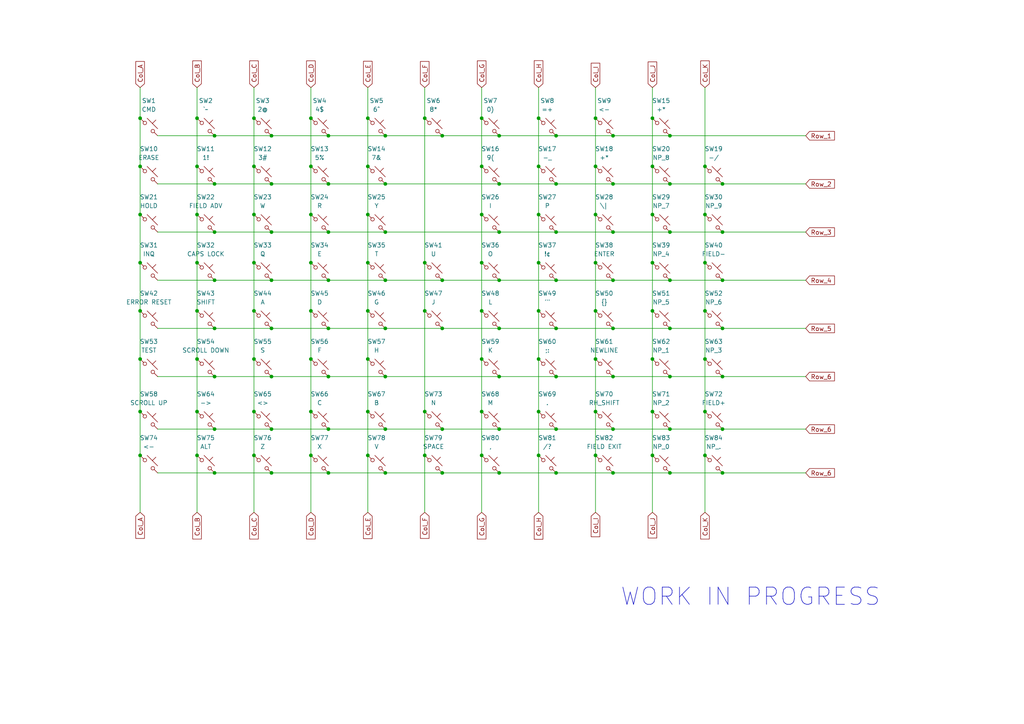
<source format=kicad_sch>
(kicad_sch (version 20250114) (generator "eeschema") (generator_version "9.0")
  (paper "A4")
  (title_block (title "IBM 5324 Keyboard Replacement") (date "26/NOV/2025") (rev "WIP") (company "Brett Hallen"))
  (lib_symbols
    (symbol "Switch:SW_Push_45deg" (pin_numbers (hide yes)) (pin_names (offset 1.016) (hide yes))
      (property "Reference" "SW" (at 3.048 1.016 0))
      (property "Value" "SW_Push_45deg" (at 0 -3.81 0))
      (symbol "SW_Push_45deg_0_1"
        (polyline (pts (xy -2.54 2.54) (xy -1.524 1.524) (xy -1.524 1.524)))
        (circle (center -1.1684 1.1684) (radius 0.508))
        (polyline (pts (xy -0.508 2.54) (xy 2.54 -0.508)))
        (polyline (pts (xy 1.016 1.016) (xy 2.032 2.032)))
        (circle (center 1.143 -1.1938) (radius 0.508))
        (polyline (pts (xy 1.524 -1.524) (xy 2.54 -2.54) (xy 2.54 -2.54) (xy 2.54 -2.54)))
        (pin passive line (at -2.54 2.54 0) (length 0) (name "1") (number "1"))
        (pin passive line (at 2.54 -2.54 180) (length 0) (name "2") (number "2"))
      )
    )
  )
  (text "WORK IN PROGRESS" (at 217.678 173.228 0) (effects (font (size 5 5))))
  (junction (at 209.55 53.34))
  (junction (at 194.31 53.34))
  (junction (at 139.7 62.23))
  (junction (at 73.66 90.17))
  (junction (at 78.74 53.34))
  (junction (at 156.21 90.17))
  (junction (at 194.31 137.16))
  (junction (at 139.7 34.29))
  (junction (at 123.19 90.17))
  (junction (at 90.17 104.14))
  (junction (at 189.23 76.2))
  (junction (at 73.66 76.2))
  (junction (at 78.74 67.31))
  (junction (at 209.55 67.31))
  (junction (at 73.66 132.08))
  (junction (at 57.15 76.2))
  (junction (at 95.25 137.16))
  (junction (at 194.31 67.31))
  (junction (at 90.17 62.23))
  (junction (at 57.15 62.23))
  (junction (at 177.8 137.16))
  (junction (at 204.47 104.14))
  (junction (at 172.72 62.23))
  (junction (at 57.15 34.29))
  (junction (at 172.72 119.38))
  (junction (at 73.66 104.14))
  (junction (at 194.31 95.25))
  (junction (at 111.76 81.28))
  (junction (at 95.25 53.34))
  (junction (at 161.29 67.31))
  (junction (at 161.29 81.28))
  (junction (at 78.74 95.25))
  (junction (at 73.66 62.23))
  (junction (at 189.23 62.23))
  (junction (at 139.7 132.08))
  (junction (at 177.8 81.28))
  (junction (at 78.74 109.22))
  (junction (at 204.47 62.23))
  (junction (at 139.7 76.2))
  (junction (at 106.68 48.26))
  (junction (at 189.23 48.26))
  (junction (at 40.64 34.29))
  (junction (at 161.29 109.22))
  (junction (at 209.55 81.28))
  (junction (at 123.19 119.38))
  (junction (at 209.55 137.16))
  (junction (at 177.8 53.34))
  (junction (at 128.27 124.46))
  (junction (at 172.72 76.2))
  (junction (at 189.23 119.38))
  (junction (at 78.74 39.37))
  (junction (at 62.23 137.16))
  (junction (at 172.72 48.26))
  (junction (at 90.17 119.38))
  (junction (at 189.23 34.29))
  (junction (at 177.8 67.31))
  (junction (at 78.74 124.46))
  (junction (at 90.17 90.17))
  (junction (at 62.23 95.25))
  (junction (at 156.21 104.14))
  (junction (at 95.25 39.37))
  (junction (at 161.29 53.34))
  (junction (at 139.7 104.14))
  (junction (at 144.78 53.34))
  (junction (at 62.23 53.34))
  (junction (at 177.8 124.46))
  (junction (at 106.68 132.08))
  (junction (at 95.25 109.22))
  (junction (at 111.76 124.46))
  (junction (at 161.29 137.16))
  (junction (at 209.55 124.46))
  (junction (at 111.76 67.31))
  (junction (at 177.8 109.22))
  (junction (at 161.29 95.25))
  (junction (at 57.15 48.26))
  (junction (at 189.23 132.08))
  (junction (at 189.23 90.17))
  (junction (at 144.78 81.28))
  (junction (at 172.72 90.17))
  (junction (at 144.78 124.46))
  (junction (at 156.21 48.26))
  (junction (at 90.17 132.08))
  (junction (at 139.7 119.38))
  (junction (at 156.21 119.38))
  (junction (at 57.15 119.38))
  (junction (at 161.29 39.37))
  (junction (at 40.64 104.14))
  (junction (at 156.21 76.2))
  (junction (at 62.23 67.31))
  (junction (at 161.29 124.46))
  (junction (at 106.68 104.14))
  (junction (at 144.78 67.31))
  (junction (at 111.76 95.25))
  (junction (at 78.74 81.28))
  (junction (at 73.66 119.38))
  (junction (at 40.64 119.38))
  (junction (at 106.68 119.38))
  (junction (at 40.64 132.08))
  (junction (at 62.23 124.46))
  (junction (at 73.66 34.29))
  (junction (at 194.31 81.28))
  (junction (at 40.64 90.17))
  (junction (at 189.23 104.14))
  (junction (at 95.25 95.25))
  (junction (at 156.21 62.23))
  (junction (at 123.19 76.2))
  (junction (at 172.72 132.08))
  (junction (at 123.19 34.29))
  (junction (at 194.31 109.22))
  (junction (at 57.15 90.17))
  (junction (at 57.15 104.14))
  (junction (at 40.64 48.26))
  (junction (at 204.47 132.08))
  (junction (at 209.55 109.22))
  (junction (at 144.78 137.16))
  (junction (at 144.78 109.22))
  (junction (at 144.78 95.25))
  (junction (at 78.74 137.16))
  (junction (at 177.8 39.37))
  (junction (at 111.76 39.37))
  (junction (at 139.7 48.26))
  (junction (at 57.15 132.08))
  (junction (at 128.27 39.37))
  (junction (at 209.55 95.25))
  (junction (at 73.66 48.26))
  (junction (at 156.21 132.08))
  (junction (at 128.27 81.28))
  (junction (at 177.8 95.25))
  (junction (at 95.25 67.31))
  (junction (at 62.23 109.22))
  (junction (at 106.68 76.2))
  (junction (at 204.47 48.26))
  (junction (at 111.76 137.16))
  (junction (at 204.47 90.17))
  (junction (at 194.31 39.37))
  (junction (at 62.23 81.28))
  (junction (at 123.19 132.08))
  (junction (at 128.27 137.16))
  (junction (at 172.72 104.14))
  (junction (at 106.68 34.29))
  (junction (at 144.78 39.37))
  (junction (at 204.47 76.2))
  (junction (at 90.17 76.2))
  (junction (at 194.31 124.46))
  (junction (at 156.21 34.29))
  (junction (at 106.68 90.17))
  (junction (at 139.7 90.17))
  (junction (at 128.27 95.25))
  (junction (at 90.17 34.29))
  (junction (at 62.23 39.37))
  (junction (at 111.76 53.34))
  (junction (at 95.25 124.46))
  (junction (at 40.64 76.2))
  (junction (at 95.25 81.28))
  (junction (at 40.64 62.23))
  (junction (at 204.47 119.38))
  (junction (at 111.76 109.22))
  (junction (at 106.68 62.23))
  (junction (at 90.17 48.26))
  (junction (at 172.72 34.29))
  (wire (pts (xy 40.64 48.26) (xy 40.64 62.23)))
  (wire (pts (xy 106.68 48.26) (xy 106.68 62.23)))
  (wire (pts (xy 194.31 124.46) (xy 209.55 124.46)))
  (wire (pts (xy 128.27 137.16) (xy 144.78 137.16)))
  (wire (pts (xy 78.74 67.31) (xy 95.25 67.31)))
  (wire (pts (xy 106.68 119.38) (xy 106.68 132.08)))
  (wire (pts (xy 73.66 90.17) (xy 73.66 104.14)))
  (wire (pts (xy 78.74 109.22) (xy 95.25 109.22)))
  (wire (pts (xy 57.15 25.4) (xy 57.15 34.29)))
  (wire (pts (xy 62.23 53.34) (xy 78.74 53.34)))
  (wire (pts (xy 177.8 67.31) (xy 194.31 67.31)))
  (wire (pts (xy 62.23 81.28) (xy 78.74 81.28)))
  (wire (pts (xy 40.64 104.14) (xy 40.64 119.38)))
  (wire (pts (xy 204.47 62.23) (xy 204.47 76.2)))
  (wire (pts (xy 62.23 39.37) (xy 78.74 39.37)))
  (wire (pts (xy 139.7 119.38) (xy 139.7 132.08)))
  (wire (pts (xy 111.76 109.22) (xy 144.78 109.22)))
  (wire (pts (xy 40.64 25.4) (xy 40.64 34.29)))
  (wire (pts (xy 78.74 95.25) (xy 95.25 95.25)))
  (wire (pts (xy 161.29 53.34) (xy 177.8 53.34)))
  (wire (pts (xy 40.64 90.17) (xy 40.64 104.14)))
  (wire (pts (xy 73.66 119.38) (xy 73.66 132.08)))
  (wire (pts (xy 139.7 76.2) (xy 139.7 90.17)))
  (wire (pts (xy 73.66 48.26) (xy 73.66 62.23)))
  (wire (pts (xy 194.31 81.28) (xy 209.55 81.28)))
  (wire (pts (xy 204.47 132.08) (xy 204.47 148.59)))
  (wire (pts (xy 139.7 25.4) (xy 139.7 34.29)))
  (wire (pts (xy 62.23 137.16) (xy 78.74 137.16)))
  (wire (pts (xy 95.25 39.37) (xy 111.76 39.37)))
  (wire (pts (xy 161.29 137.16) (xy 177.8 137.16)))
  (wire (pts (xy 156.21 104.14) (xy 156.21 119.38)))
  (wire (pts (xy 156.21 48.26) (xy 156.21 62.23)))
  (wire (pts (xy 172.72 119.38) (xy 172.72 132.08)))
  (wire (pts (xy 172.72 34.29) (xy 172.72 48.26)))
  (wire (pts (xy 40.64 62.23) (xy 40.64 76.2)))
  (wire (pts (xy 73.66 132.08) (xy 73.66 148.59)))
  (wire (pts (xy 111.76 81.28) (xy 128.27 81.28)))
  (wire (pts (xy 177.8 53.34) (xy 194.31 53.34)))
  (wire (pts (xy 189.23 119.38) (xy 189.23 132.08)))
  (wire (pts (xy 144.78 109.22) (xy 161.29 109.22)))
  (wire (pts (xy 172.72 90.17) (xy 172.72 104.14)))
  (wire (pts (xy 111.76 67.31) (xy 144.78 67.31)))
  (wire (pts (xy 73.66 25.4) (xy 73.66 34.29)))
  (wire (pts (xy 139.7 132.08) (xy 139.7 148.59)))
  (wire (pts (xy 106.68 132.08) (xy 106.68 148.59)))
  (wire (pts (xy 95.25 137.16) (xy 111.76 137.16)))
  (wire (pts (xy 189.23 48.26) (xy 189.23 62.23)))
  (wire (pts (xy 161.29 109.22) (xy 177.8 109.22)))
  (wire (pts (xy 95.25 95.25) (xy 111.76 95.25)))
  (wire (pts (xy 40.64 76.2) (xy 40.64 90.17)))
  (wire (pts (xy 45.72 95.25) (xy 62.23 95.25)))
  (wire (pts (xy 177.8 81.28) (xy 194.31 81.28)))
  (wire (pts (xy 62.23 124.46) (xy 78.74 124.46)))
  (wire (pts (xy 90.17 76.2) (xy 90.17 90.17)))
  (wire (pts (xy 123.19 76.2) (xy 123.19 90.17)))
  (wire (pts (xy 78.74 137.16) (xy 95.25 137.16)))
  (wire (pts (xy 90.17 48.26) (xy 90.17 62.23)))
  (wire (pts (xy 139.7 34.29) (xy 139.7 48.26)))
  (wire (pts (xy 194.31 137.16) (xy 209.55 137.16)))
  (wire (pts (xy 139.7 48.26) (xy 139.7 62.23)))
  (wire (pts (xy 204.47 76.2) (xy 204.47 90.17)))
  (wire (pts (xy 90.17 34.29) (xy 90.17 48.26)))
  (wire (pts (xy 139.7 90.17) (xy 139.7 104.14)))
  (wire (pts (xy 177.8 95.25) (xy 194.31 95.25)))
  (wire (pts (xy 90.17 25.4) (xy 90.17 34.29)))
  (wire (pts (xy 209.55 67.31) (xy 233.68 67.31)))
  (wire (pts (xy 90.17 90.17) (xy 90.17 104.14)))
  (wire (pts (xy 62.23 109.22) (xy 78.74 109.22)))
  (wire (pts (xy 45.72 39.37) (xy 62.23 39.37)))
  (wire (pts (xy 106.68 76.2) (xy 106.68 90.17)))
  (wire (pts (xy 57.15 132.08) (xy 57.15 148.59)))
  (wire (pts (xy 45.72 124.46) (xy 62.23 124.46)))
  (wire (pts (xy 62.23 67.31) (xy 78.74 67.31)))
  (wire (pts (xy 95.25 81.28) (xy 111.76 81.28)))
  (wire (pts (xy 177.8 109.22) (xy 194.31 109.22)))
  (wire (pts (xy 78.74 53.34) (xy 95.25 53.34)))
  (wire (pts (xy 106.68 90.17) (xy 106.68 104.14)))
  (wire (pts (xy 194.31 109.22) (xy 209.55 109.22)))
  (wire (pts (xy 189.23 90.17) (xy 189.23 104.14)))
  (wire (pts (xy 194.31 39.37) (xy 233.68 39.37)))
  (wire (pts (xy 161.29 81.28) (xy 177.8 81.28)))
  (wire (pts (xy 57.15 119.38) (xy 57.15 132.08)))
  (wire (pts (xy 156.21 62.23) (xy 156.21 76.2)))
  (wire (pts (xy 73.66 104.14) (xy 73.66 119.38)))
  (wire (pts (xy 204.47 90.17) (xy 204.47 104.14)))
  (wire (pts (xy 40.64 34.29) (xy 40.64 48.26)))
  (wire (pts (xy 204.47 119.38) (xy 204.47 132.08)))
  (wire (pts (xy 144.78 67.31) (xy 161.29 67.31)))
  (wire (pts (xy 144.78 137.16) (xy 161.29 137.16)))
  (wire (pts (xy 139.7 62.23) (xy 139.7 76.2)))
  (wire (pts (xy 189.23 25.4) (xy 189.23 34.29)))
  (wire (pts (xy 45.72 67.31) (xy 62.23 67.31)))
  (wire (pts (xy 144.78 124.46) (xy 161.29 124.46)))
  (wire (pts (xy 95.25 109.22) (xy 111.76 109.22)))
  (wire (pts (xy 95.25 124.46) (xy 111.76 124.46)))
  (wire (pts (xy 209.55 95.25) (xy 233.68 95.25)))
  (wire (pts (xy 123.19 119.38) (xy 123.19 132.08)))
  (wire (pts (xy 57.15 34.29) (xy 57.15 48.26)))
  (wire (pts (xy 57.15 62.23) (xy 57.15 76.2)))
  (wire (pts (xy 57.15 76.2) (xy 57.15 90.17)))
  (wire (pts (xy 144.78 81.28) (xy 161.29 81.28)))
  (wire (pts (xy 111.76 95.25) (xy 128.27 95.25)))
  (wire (pts (xy 161.29 124.46) (xy 177.8 124.46)))
  (wire (pts (xy 172.72 132.08) (xy 172.72 148.59)))
  (wire (pts (xy 111.76 53.34) (xy 144.78 53.34)))
  (wire (pts (xy 194.31 67.31) (xy 209.55 67.31)))
  (wire (pts (xy 78.74 39.37) (xy 95.25 39.37)))
  (wire (pts (xy 128.27 124.46) (xy 144.78 124.46)))
  (wire (pts (xy 156.21 76.2) (xy 156.21 90.17)))
  (wire (pts (xy 204.47 25.4) (xy 204.47 48.26)))
  (wire (pts (xy 45.72 53.34) (xy 62.23 53.34)))
  (wire (pts (xy 209.55 137.16) (xy 233.68 137.16)))
  (wire (pts (xy 111.76 124.46) (xy 128.27 124.46)))
  (wire (pts (xy 209.55 109.22) (xy 233.68 109.22)))
  (wire (pts (xy 189.23 132.08) (xy 189.23 148.59)))
  (wire (pts (xy 45.72 137.16) (xy 62.23 137.16)))
  (wire (pts (xy 45.72 81.28) (xy 62.23 81.28)))
  (wire (pts (xy 128.27 81.28) (xy 144.78 81.28)))
  (wire (pts (xy 144.78 95.25) (xy 161.29 95.25)))
  (wire (pts (xy 123.19 34.29) (xy 123.19 76.2)))
  (wire (pts (xy 209.55 53.34) (xy 233.68 53.34)))
  (wire (pts (xy 139.7 104.14) (xy 139.7 119.38)))
  (wire (pts (xy 90.17 62.23) (xy 90.17 76.2)))
  (wire (pts (xy 156.21 90.17) (xy 156.21 104.14)))
  (wire (pts (xy 177.8 39.37) (xy 194.31 39.37)))
  (wire (pts (xy 73.66 76.2) (xy 73.66 90.17)))
  (wire (pts (xy 161.29 67.31) (xy 177.8 67.31)))
  (wire (pts (xy 57.15 104.14) (xy 57.15 119.38)))
  (wire (pts (xy 128.27 95.25) (xy 144.78 95.25)))
  (wire (pts (xy 156.21 25.4) (xy 156.21 34.29)))
  (wire (pts (xy 111.76 39.37) (xy 128.27 39.37)))
  (wire (pts (xy 189.23 104.14) (xy 189.23 119.38)))
  (wire (pts (xy 194.31 53.34) (xy 209.55 53.34)))
  (wire (pts (xy 156.21 132.08) (xy 156.21 148.59)))
  (wire (pts (xy 62.23 95.25) (xy 78.74 95.25)))
  (wire (pts (xy 189.23 62.23) (xy 189.23 76.2)))
  (wire (pts (xy 172.72 104.14) (xy 172.72 119.38)))
  (wire (pts (xy 189.23 76.2) (xy 189.23 90.17)))
  (wire (pts (xy 204.47 48.26) (xy 204.47 62.23)))
  (wire (pts (xy 144.78 39.37) (xy 161.29 39.37)))
  (wire (pts (xy 78.74 81.28) (xy 95.25 81.28)))
  (wire (pts (xy 172.72 48.26) (xy 172.72 62.23)))
  (wire (pts (xy 189.23 34.29) (xy 189.23 48.26)))
  (wire (pts (xy 172.72 76.2) (xy 172.72 90.17)))
  (wire (pts (xy 45.72 109.22) (xy 62.23 109.22)))
  (wire (pts (xy 57.15 90.17) (xy 57.15 104.14)))
  (wire (pts (xy 123.19 132.08) (xy 123.19 148.59)))
  (wire (pts (xy 161.29 39.37) (xy 177.8 39.37)))
  (wire (pts (xy 209.55 81.28) (xy 233.68 81.28)))
  (wire (pts (xy 95.25 67.31) (xy 111.76 67.31)))
  (wire (pts (xy 177.8 137.16) (xy 194.31 137.16)))
  (wire (pts (xy 172.72 62.23) (xy 172.72 76.2)))
  (wire (pts (xy 73.66 62.23) (xy 73.66 76.2)))
  (wire (pts (xy 90.17 132.08) (xy 90.17 148.59)))
  (wire (pts (xy 57.15 48.26) (xy 57.15 62.23)))
  (wire (pts (xy 144.78 53.34) (xy 161.29 53.34)))
  (wire (pts (xy 161.29 95.25) (xy 177.8 95.25)))
  (wire (pts (xy 40.64 119.38) (xy 40.64 132.08)))
  (wire (pts (xy 78.74 124.46) (xy 95.25 124.46)))
  (wire (pts (xy 106.68 25.4) (xy 106.68 34.29)))
  (wire (pts (xy 123.19 25.4) (xy 123.19 34.29)))
  (wire (pts (xy 90.17 119.38) (xy 90.17 132.08)))
  (wire (pts (xy 209.55 124.46) (xy 233.68 124.46)))
  (wire (pts (xy 40.64 132.08) (xy 40.64 148.59)))
  (wire (pts (xy 111.76 137.16) (xy 128.27 137.16)))
  (wire (pts (xy 194.31 95.25) (xy 209.55 95.25)))
  (wire (pts (xy 90.17 104.14) (xy 90.17 119.38)))
  (wire (pts (xy 156.21 119.38) (xy 156.21 132.08)))
  (wire (pts (xy 128.27 39.37) (xy 144.78 39.37)))
  (wire (pts (xy 73.66 34.29) (xy 73.66 48.26)))
  (wire (pts (xy 106.68 62.23) (xy 106.68 76.2)))
  (wire (pts (xy 106.68 104.14) (xy 106.68 119.38)))
  (wire (pts (xy 156.21 34.29) (xy 156.21 48.26)))
  (wire (pts (xy 95.25 53.34) (xy 111.76 53.34)))
  (wire (pts (xy 172.72 25.4) (xy 172.72 34.29)))
  (wire (pts (xy 106.68 34.29) (xy 106.68 48.26)))
  (wire (pts (xy 177.8 124.46) (xy 194.31 124.46)))
  (wire (pts (xy 204.47 104.14) (xy 204.47 119.38)))
  (wire (pts (xy 123.19 90.17) (xy 123.19 119.38)))
  (global_label "Col_A" (shape input) (at 40.64 25.4 90) (property "Intersheetrefs" "${INTERSHEET_REFS}" (effects (hide yes))))
  (global_label "Col_H" (shape input) (at 156.21 148.59 270) (property "Intersheetrefs" "${INTERSHEET_REFS}" (effects (hide yes))))
  (global_label "Col_B" (shape input) (at 57.15 25.4 90) (property "Intersheetrefs" "${INTERSHEET_REFS}" (effects (hide yes))))
  (global_label "Col_F" (shape input) (at 123.19 25.4 90) (property "Intersheetrefs" "${INTERSHEET_REFS}" (effects (hide yes))))
  (global_label "Col_I" (shape input) (at 172.72 25.4 90) (property "Intersheetrefs" "${INTERSHEET_REFS}" (effects (hide yes))))
  (global_label "Col_A" (shape input) (at 40.64 148.59 270) (property "Intersheetrefs" "${INTERSHEET_REFS}" (effects (hide yes))))
  (global_label "Col_B" (shape input) (at 57.15 148.59 270) (property "Intersheetrefs" "${INTERSHEET_REFS}" (effects (hide yes))))
  (global_label "Col_K" (shape input) (at 204.47 25.4 90) (property "Intersheetrefs" "${INTERSHEET_REFS}" (effects (hide yes))))
  (global_label "Row_5" (shape input) (at 233.68 95.25 0) (property "Intersheetrefs" "${INTERSHEET_REFS}" (effects (hide yes))))
  (global_label "Row_3" (shape input) (at 233.68 67.31 0) (property "Intersheetrefs" "${INTERSHEET_REFS}" (effects (hide yes))))
  (global_label "Col_D" (shape input) (at 90.17 148.59 270) (property "Intersheetrefs" "${INTERSHEET_REFS}" (effects (hide yes))))
  (global_label "Col_C" (shape input) (at 73.66 25.4 90) (property "Intersheetrefs" "${INTERSHEET_REFS}" (effects (hide yes))))
  (global_label "Row_6" (shape input) (at 233.68 109.22 0) (property "Intersheetrefs" "${INTERSHEET_REFS}" (effects (hide yes))))
  (global_label "Col_J" (shape input) (at 189.23 148.59 270) (property "Intersheetrefs" "${INTERSHEET_REFS}" (effects (hide yes))))
  (global_label "Row_2" (shape input) (at 233.68 53.34 0) (property "Intersheetrefs" "${INTERSHEET_REFS}" (effects (hide yes))))
  (global_label "Col_F" (shape input) (at 123.19 148.59 270) (property "Intersheetrefs" "${INTERSHEET_REFS}" (effects (hide yes))))
  (global_label "Row_6" (shape input) (at 233.68 124.46 0) (property "Intersheetrefs" "${INTERSHEET_REFS}" (effects (hide yes))))
  (global_label "Col_E" (shape input) (at 106.68 148.59 270) (property "Intersheetrefs" "${INTERSHEET_REFS}" (effects (hide yes))))
  (global_label "Col_D" (shape input) (at 90.17 25.4 90) (property "Intersheetrefs" "${INTERSHEET_REFS}" (effects (hide yes))))
  (global_label "Row_4" (shape input) (at 233.68 81.28 0) (property "Intersheetrefs" "${INTERSHEET_REFS}" (effects (hide yes))))
  (global_label "Col_E" (shape input) (at 106.68 25.4 90) (property "Intersheetrefs" "${INTERSHEET_REFS}" (effects (hide yes))))
  (global_label "Col_G" (shape input) (at 139.7 25.4 90) (property "Intersheetrefs" "${INTERSHEET_REFS}" (effects (hide yes))))
  (global_label "Row_1" (shape input) (at 233.68 39.37 0) (property "Intersheetrefs" "${INTERSHEET_REFS}" (effects (hide yes))))
  (global_label "Col_J" (shape input) (at 189.23 25.4 90) (property "Intersheetrefs" "${INTERSHEET_REFS}" (effects (hide yes))))
  (global_label "Col_I" (shape input) (at 172.72 148.59 270) (property "Intersheetrefs" "${INTERSHEET_REFS}" (effects (hide yes))))
  (global_label "Col_G" (shape input) (at 139.7 148.59 270) (property "Intersheetrefs" "${INTERSHEET_REFS}" (effects (hide yes))))
  (global_label "Row_6" (shape input) (at 233.68 137.16 0) (property "Intersheetrefs" "${INTERSHEET_REFS}" (effects (hide yes))))
  (global_label "Col_K" (shape input) (at 204.47 148.59 270) (property "Intersheetrefs" "${INTERSHEET_REFS}" (effects (hide yes))))
  (global_label "Col_H" (shape input) (at 156.21 25.4 90) (property "Intersheetrefs" "${INTERSHEET_REFS}" (effects (hide yes))))
  (global_label "Col_C" (shape input) (at 73.66 148.59 270) (property "Intersheetrefs" "${INTERSHEET_REFS}" (effects (hide yes))))
  (symbol (lib_id "Switch:SW_Push_45deg") (at 92.71 106.68 0) (unit 1)
    (property "Reference" "SW56" (at 92.71 99.06 0))
    (property "Value" "F" (at 92.71 101.6 0))
    (property "Description" "Push button switch, normally open, two pins, 45° tilted" (effects (hide yes)))
  )
  (symbol (lib_id "Switch:SW_Push_45deg") (at 59.69 50.8 0) (unit 1)
    (property "Reference" "SW11" (at 59.69 43.18 0))
    (property "Value" "1!" (at 59.69 45.72 0))
    (property "Description" "Push button switch, normally open, two pins, 45° tilted" (effects (hide yes)))
  )
  (symbol (lib_id "Switch:SW_Push_45deg") (at 191.77 36.83 0) (unit 1)
    (property "Reference" "SW15" (at 191.77 29.21 0))
    (property "Value" "+*" (at 191.77 31.75 0))
    (property "Description" "Push button switch, normally open, two pins, 45° tilted" (effects (hide yes)))
  )
  (symbol (lib_id "Switch:SW_Push_45deg") (at 207.01 134.62 0) (unit 1)
    (property "Reference" "SW84" (at 207.01 127 0))
    (property "Value" "NP_." (at 207.01 129.54 0))
    (property "Description" "Push button switch, normally open, two pins, 45° tilted" (effects (hide yes)))
  )
  (symbol (lib_id "Switch:SW_Push_45deg") (at 43.18 92.71 0) (unit 1)
    (property "Reference" "SW42" (at 43.18 85.09 0))
    (property "Value" "ERROR RESET" (at 43.18 87.63 0))
    (property "Description" "Push button switch, normally open, two pins, 45° tilted" (effects (hide yes)))
  )
  (symbol (lib_id "Switch:SW_Push_45deg") (at 59.69 106.68 0) (unit 1)
    (property "Reference" "SW54" (at 59.69 99.06 0))
    (property "Value" "SCROLL DOWN" (at 59.69 101.6 0))
    (property "Description" "Push button switch, normally open, two pins, 45° tilted" (effects (hide yes)))
  )
  (symbol (lib_id "Switch:SW_Push_45deg") (at 191.77 134.62 0) (unit 1)
    (property "Reference" "SW83" (at 191.77 127 0))
    (property "Value" "NP_0" (at 191.77 129.54 0))
    (property "Description" "Push button switch, normally open, two pins, 45° tilted" (effects (hide yes)))
  )
  (symbol (lib_id "Switch:SW_Push_45deg") (at 158.75 134.62 0) (unit 1)
    (property "Reference" "SW81" (at 158.75 127 0))
    (property "Value" "/?" (at 158.75 129.54 0))
    (property "Description" "Push button switch, normally open, two pins, 45° tilted" (effects (hide yes)))
  )
  (symbol (lib_id "Switch:SW_Push_45deg") (at 125.73 36.83 0) (unit 1)
    (property "Reference" "SW6" (at 125.73 29.21 0))
    (property "Value" "8*" (at 125.73 31.75 0))
    (property "Description" "Push button switch, normally open, two pins, 45° tilted" (effects (hide yes)))
  )
  (symbol (lib_id "Switch:SW_Push_45deg") (at 92.71 64.77 0) (unit 1)
    (property "Reference" "SW24" (at 92.71 57.15 0))
    (property "Value" "R" (at 92.71 59.69 0))
    (property "Description" "Push button switch, normally open, two pins, 45° tilted" (effects (hide yes)))
  )
  (symbol (lib_id "Switch:SW_Push_45deg") (at 207.01 121.92 0) (unit 1)
    (property "Reference" "SW72" (at 207.01 114.3 0))
    (property "Value" "FIELD+" (at 207.01 116.84 0))
    (property "Description" "Push button switch, normally open, two pins, 45° tilted" (effects (hide yes)))
  )
  (symbol (lib_id "Switch:SW_Push_45deg") (at 109.22 134.62 0) (unit 1)
    (property "Reference" "SW78" (at 109.22 127 0))
    (property "Value" "V" (at 109.22 129.54 0))
    (property "Description" "Push button switch, normally open, two pins, 45° tilted" (effects (hide yes)))
  )
  (symbol (lib_id "Switch:SW_Push_45deg") (at 59.69 64.77 0) (unit 1)
    (property "Reference" "SW22" (at 59.69 57.15 0))
    (property "Value" "FIELD ADV" (at 59.69 59.69 0))
    (property "Description" "Push button switch, normally open, two pins, 45° tilted" (effects (hide yes)))
  )
  (symbol (lib_id "Switch:SW_Push_45deg") (at 207.01 92.71 0) (unit 1)
    (property "Reference" "SW52" (at 207.01 85.09 0))
    (property "Value" "NP_6" (at 207.01 87.63 0))
    (property "Description" "Push button switch, normally open, two pins, 45° tilted" (effects (hide yes)))
  )
  (symbol (lib_id "Switch:SW_Push_45deg") (at 59.69 78.74 0) (unit 1)
    (property "Reference" "SW32" (at 59.69 71.12 0))
    (property "Value" "CAPS LOCK" (at 59.69 73.66 0))
    (property "Description" "Push button switch, normally open, two pins, 45° tilted" (effects (hide yes)))
  )
  (symbol (lib_id "Switch:SW_Push_45deg") (at 92.71 134.62 0) (unit 1)
    (property "Reference" "SW77" (at 92.71 127 0))
    (property "Value" "X" (at 92.71 129.54 0))
    (property "Description" "Push button switch, normally open, two pins, 45° tilted" (effects (hide yes)))
  )
  (symbol (lib_id "Switch:SW_Push_45deg") (at 191.77 92.71 0) (unit 1)
    (property "Reference" "SW51" (at 191.77 85.09 0))
    (property "Value" "NP_5" (at 191.77 87.63 0))
    (property "Description" "Push button switch, normally open, two pins, 45° tilted" (effects (hide yes)))
  )
  (symbol (lib_id "Switch:SW_Push_45deg") (at 142.24 92.71 0) (unit 1)
    (property "Reference" "SW48" (at 142.24 85.09 0))
    (property "Value" "L" (at 142.24 87.63 0))
    (property "Description" "Push button switch, normally open, two pins, 45° tilted" (effects (hide yes)))
  )
  (symbol (lib_id "Switch:SW_Push_45deg") (at 76.2 134.62 0) (unit 1)
    (property "Reference" "SW76" (at 76.2 127 0))
    (property "Value" "Z" (at 76.2 129.54 0))
    (property "Description" "Push button switch, normally open, two pins, 45° tilted" (effects (hide yes)))
  )
  (symbol (lib_id "Switch:SW_Push_45deg") (at 175.26 121.92 0) (unit 1)
    (property "Reference" "SW70" (at 175.26 114.3 0))
    (property "Value" "RH_SHIFT" (at 175.26 116.84 0))
    (property "Description" "Push button switch, normally open, two pins, 45° tilted" (effects (hide yes)))
  )
  (symbol (lib_id "Switch:SW_Push_45deg") (at 207.01 64.77 0) (unit 1)
    (property "Reference" "SW30" (at 207.01 57.15 0))
    (property "Value" "NP_9" (at 207.01 59.69 0))
    (property "Description" "Push button switch, normally open, two pins, 45° tilted" (effects (hide yes)))
  )
  (symbol (lib_id "Switch:SW_Push_45deg") (at 175.26 78.74 0) (unit 1)
    (property "Reference" "SW38" (at 175.26 71.12 0))
    (property "Value" "ENTER" (at 175.26 73.66 0))
    (property "Description" "Push button switch, normally open, two pins, 45° tilted" (effects (hide yes)))
  )
  (symbol (lib_id "Switch:SW_Push_45deg") (at 125.73 78.74 0) (unit 1)
    (property "Reference" "SW41" (at 125.73 71.12 0))
    (property "Value" "U" (at 125.73 73.66 0))
    (property "Description" "Push button switch, normally open, two pins, 45° tilted" (effects (hide yes)))
  )
  (symbol (lib_id "Switch:SW_Push_45deg") (at 59.69 134.62 0) (unit 1)
    (property "Reference" "SW75" (at 59.69 127 0))
    (property "Value" "ALT" (at 59.69 129.54 0))
    (property "Description" "Push button switch, normally open, two pins, 45° tilted" (effects (hide yes)))
  )
  (symbol (lib_id "Switch:SW_Push_45deg") (at 92.71 50.8 0) (unit 1)
    (property "Reference" "SW13" (at 92.71 43.18 0))
    (property "Value" "5%" (at 92.71 45.72 0))
    (property "Description" "Push button switch, normally open, two pins, 45° tilted" (effects (hide yes)))
  )
  (symbol (lib_id "Switch:SW_Push_45deg") (at 125.73 121.92 0) (unit 1)
    (property "Reference" "SW73" (at 125.73 114.3 0))
    (property "Value" "N" (at 125.73 116.84 0))
    (property "Description" "Push button switch, normally open, two pins, 45° tilted" (effects (hide yes)))
  )
  (symbol (lib_id "Switch:SW_Push_45deg") (at 158.75 64.77 0) (unit 1)
    (property "Reference" "SW27" (at 158.75 57.15 0))
    (property "Value" "P" (at 158.75 59.69 0))
    (property "Description" "Push button switch, normally open, two pins, 45° tilted" (effects (hide yes)))
  )
  (symbol (lib_id "Switch:SW_Push_45deg") (at 158.75 92.71 0) (unit 1)
    (property "Reference" "SW49" (at 158.75 85.09 0))
    (property "Value" "'\"" (at 158.75 87.63 0))
    (property "Description" "Push button switch, normally open, two pins, 45° tilted" (effects (hide yes)))
  )
  (symbol (lib_id "Switch:SW_Push_45deg") (at 59.69 36.83 0) (unit 1)
    (property "Reference" "SW2" (at 59.69 29.21 0))
    (property "Value" "`~" (at 59.69 31.75 0))
    (property "Description" "Push button switch, normally open, two pins, 45° tilted" (effects (hide yes)))
  )
  (symbol (lib_id "Switch:SW_Push_45deg") (at 175.26 106.68 0) (unit 1)
    (property "Reference" "SW61" (at 175.26 99.06 0))
    (property "Value" "NEWLINE" (at 175.26 101.6 0))
    (property "Description" "Push button switch, normally open, two pins, 45° tilted" (effects (hide yes)))
  )
  (symbol (lib_id "Switch:SW_Push_45deg") (at 109.22 50.8 0) (unit 1)
    (property "Reference" "SW14" (at 109.22 43.18 0))
    (property "Value" "7&" (at 109.22 45.72 0))
    (property "Description" "Push button switch, normally open, two pins, 45° tilted" (effects (hide yes)))
  )
  (symbol (lib_id "Switch:SW_Push_45deg") (at 109.22 78.74 0) (unit 1)
    (property "Reference" "SW35" (at 109.22 71.12 0))
    (property "Value" "T" (at 109.22 73.66 0))
    (property "Description" "Push button switch, normally open, two pins, 45° tilted" (effects (hide yes)))
  )
  (symbol (lib_id "Switch:SW_Push_45deg") (at 76.2 36.83 0) (unit 1)
    (property "Reference" "SW3" (at 76.2 29.21 0))
    (property "Value" "2@" (at 76.2 31.75 0))
    (property "Description" "Push button switch, normally open, two pins, 45° tilted" (effects (hide yes)))
  )
  (symbol (lib_id "Switch:SW_Push_45deg") (at 142.24 78.74 0) (unit 1)
    (property "Reference" "SW36" (at 142.24 71.12 0))
    (property "Value" "O" (at 142.24 73.66 0))
    (property "Description" "Push button switch, normally open, two pins, 45° tilted" (effects (hide yes)))
  )
  (symbol (lib_id "Switch:SW_Push_45deg") (at 43.18 134.62 0) (unit 1)
    (property "Reference" "SW74" (at 43.18 127 0))
    (property "Value" "<-" (at 43.18 129.54 0))
    (property "Description" "Push button switch, normally open, two pins, 45° tilted" (effects (hide yes)))
  )
  (symbol (lib_id "Switch:SW_Push_45deg") (at 175.26 134.62 0) (unit 1)
    (property "Reference" "SW82" (at 175.26 127 0))
    (property "Value" "FIELD EXIT" (at 175.26 129.54 0))
    (property "Description" "Push button switch, normally open, two pins, 45° tilted" (effects (hide yes)))
  )
  (symbol (lib_id "Switch:SW_Push_45deg") (at 175.26 64.77 0) (unit 1)
    (property "Reference" "SW28" (at 175.26 57.15 0))
    (property "Value" "\\|" (at 175.26 59.69 0))
    (property "Description" "Push button switch, normally open, two pins, 45° tilted" (effects (hide yes)))
  )
  (symbol (lib_id "Switch:SW_Push_45deg") (at 92.71 78.74 0) (unit 1)
    (property "Reference" "SW34" (at 92.71 71.12 0))
    (property "Value" "E" (at 92.71 73.66 0))
    (property "Description" "Push button switch, normally open, two pins, 45° tilted" (effects (hide yes)))
  )
  (symbol (lib_id "Switch:SW_Push_45deg") (at 158.75 121.92 0) (unit 1)
    (property "Reference" "SW69" (at 158.75 114.3 0))
    (property "Value" "." (at 158.75 116.84 0))
    (property "Description" "Push button switch, normally open, two pins, 45° tilted" (effects (hide yes)))
  )
  (symbol (lib_id "Switch:SW_Push_45deg") (at 76.2 92.71 0) (unit 1)
    (property "Reference" "SW44" (at 76.2 85.09 0))
    (property "Value" "A" (at 76.2 87.63 0))
    (property "Description" "Push button switch, normally open, two pins, 45° tilted" (effects (hide yes)))
  )
  (symbol (lib_id "Switch:SW_Push_45deg") (at 92.71 121.92 0) (unit 1)
    (property "Reference" "SW66" (at 92.71 114.3 0))
    (property "Value" "C" (at 92.71 116.84 0))
    (property "Description" "Push button switch, normally open, two pins, 45° tilted" (effects (hide yes)))
  )
  (symbol (lib_id "Switch:SW_Push_45deg") (at 175.26 36.83 0) (unit 1)
    (property "Reference" "SW9" (at 175.26 29.21 0))
    (property "Value" "<-" (at 175.26 31.75 0))
    (property "Description" "Push button switch, normally open, two pins, 45° tilted" (effects (hide yes)))
  )
  (symbol (lib_id "Switch:SW_Push_45deg") (at 125.73 92.71 0) (unit 1)
    (property "Reference" "SW47" (at 125.73 85.09 0))
    (property "Value" "J" (at 125.73 87.63 0))
    (property "Description" "Push button switch, normally open, two pins, 45° tilted" (effects (hide yes)))
  )
  (symbol (lib_id "Switch:SW_Push_45deg") (at 191.77 121.92 0) (unit 1)
    (property "Reference" "SW71" (at 191.77 114.3 0))
    (property "Value" "NP_2" (at 191.77 116.84 0))
    (property "Description" "Push button switch, normally open, two pins, 45° tilted" (effects (hide yes)))
  )
  (symbol (lib_id "Switch:SW_Push_45deg") (at 191.77 50.8 0) (unit 1)
    (property "Reference" "SW20" (at 191.77 43.18 0))
    (property "Value" "NP_8" (at 191.77 45.72 0))
    (property "Description" "Push button switch, normally open, two pins, 45° tilted" (effects (hide yes)))
  )
  (symbol (lib_id "Switch:SW_Push_45deg") (at 59.69 121.92 0) (unit 1)
    (property "Reference" "SW64" (at 59.69 114.3 0))
    (property "Value" "->" (at 59.69 116.84 0))
    (property "Description" "Push button switch, normally open, two pins, 45° tilted" (effects (hide yes)))
  )
  (symbol (lib_id "Switch:SW_Push_45deg") (at 191.77 106.68 0) (unit 1)
    (property "Reference" "SW62" (at 191.77 99.06 0))
    (property "Value" "NP_1" (at 191.77 101.6 0))
    (property "Description" "Push button switch, normally open, two pins, 45° tilted" (effects (hide yes)))
  )
  (symbol (lib_id "Switch:SW_Push_45deg") (at 43.18 36.83 0) (unit 1)
    (property "Reference" "SW1" (at 43.18 29.21 0))
    (property "Value" "CMD" (at 43.18 31.75 0))
    (property "Description" "Push button switch, normally open, two pins, 45° tilted" (effects (hide yes)))
  )
  (symbol (lib_id "Switch:SW_Push_45deg") (at 109.22 92.71 0) (unit 1)
    (property "Reference" "SW46" (at 109.22 85.09 0))
    (property "Value" "G" (at 109.22 87.63 0))
    (property "Description" "Push button switch, normally open, two pins, 45° tilted" (effects (hide yes)))
  )
  (symbol (lib_id "Switch:SW_Push_45deg") (at 109.22 64.77 0) (unit 1)
    (property "Reference" "SW25" (at 109.22 57.15 0))
    (property "Value" "Y" (at 109.22 59.69 0))
    (property "Description" "Push button switch, normally open, two pins, 45° tilted" (effects (hide yes)))
  )
  (symbol (lib_id "Switch:SW_Push_45deg") (at 142.24 106.68 0) (unit 1)
    (property "Reference" "SW59" (at 142.24 99.06 0))
    (property "Value" "K" (at 142.24 101.6 0))
    (property "Description" "Push button switch, normally open, two pins, 45° tilted" (effects (hide yes)))
  )
  (symbol (lib_id "Switch:SW_Push_45deg") (at 76.2 64.77 0) (unit 1)
    (property "Reference" "SW23" (at 76.2 57.15 0))
    (property "Value" "W" (at 76.2 59.69 0))
    (property "Description" "Push button switch, normally open, two pins, 45° tilted" (effects (hide yes)))
  )
  (symbol (lib_id "Switch:SW_Push_45deg") (at 109.22 106.68 0) (unit 1)
    (property "Reference" "SW57" (at 109.22 99.06 0))
    (property "Value" "H" (at 109.22 101.6 0))
    (property "Description" "Push button switch, normally open, two pins, 45° tilted" (effects (hide yes)))
  )
  (symbol (lib_id "Switch:SW_Push_45deg") (at 175.26 92.71 0) (unit 1)
    (property "Reference" "SW50" (at 175.26 85.09 0))
    (property "Value" "{}" (at 175.26 87.63 0))
    (property "Description" "Push button switch, normally open, two pins, 45° tilted" (effects (hide yes)))
  )
  (symbol (lib_id "Switch:SW_Push_45deg") (at 158.75 36.83 0) (unit 1)
    (property "Reference" "SW8" (at 158.75 29.21 0))
    (property "Value" "=+" (at 158.75 31.75 0))
    (property "Description" "Push button switch, normally open, two pins, 45° tilted" (effects (hide yes)))
  )
  (symbol (lib_id "Switch:SW_Push_45deg") (at 191.77 64.77 0) (unit 1)
    (property "Reference" "SW29" (at 191.77 57.15 0))
    (property "Value" "NP_7" (at 191.77 59.69 0))
    (property "Description" "Push button switch, normally open, two pins, 45° tilted" (effects (hide yes)))
  )
  (symbol (lib_id "Switch:SW_Push_45deg") (at 92.71 92.71 0) (unit 1)
    (property "Reference" "SW45" (at 92.71 85.09 0))
    (property "Value" "D" (at 92.71 87.63 0))
    (property "Description" "Push button switch, normally open, two pins, 45° tilted" (effects (hide yes)))
  )
  (symbol (lib_id "Switch:SW_Push_45deg") (at 207.01 50.8 0) (unit 1)
    (property "Reference" "SW19" (at 207.01 43.18 0))
    (property "Value" "-/" (at 207.01 45.72 0))
    (property "Description" "Push button switch, normally open, two pins, 45° tilted" (effects (hide yes)))
  )
  (symbol (lib_id "Switch:SW_Push_45deg") (at 76.2 106.68 0) (unit 1)
    (property "Reference" "SW55" (at 76.2 99.06 0))
    (property "Value" "S" (at 76.2 101.6 0))
    (property "Description" "Push button switch, normally open, two pins, 45° tilted" (effects (hide yes)))
  )
  (symbol (lib_id "Switch:SW_Push_45deg") (at 142.24 50.8 0) (unit 1)
    (property "Reference" "SW16" (at 142.24 43.18 0))
    (property "Value" "9(" (at 142.24 45.72 0))
    (property "Description" "Push button switch, normally open, two pins, 45° tilted" (effects (hide yes)))
  )
  (symbol (lib_id "Switch:SW_Push_45deg") (at 158.75 106.68 0) (unit 1)
    (property "Reference" "SW60" (at 158.75 99.06 0))
    (property "Value" ";:" (at 158.75 101.6 0))
    (property "Description" "Push button switch, normally open, two pins, 45° tilted" (effects (hide yes)))
  )
  (symbol (lib_id "Switch:SW_Push_45deg") (at 142.24 64.77 0) (unit 1)
    (property "Reference" "SW26" (at 142.24 57.15 0))
    (property "Value" "I" (at 142.24 59.69 0))
    (property "Description" "Push button switch, normally open, two pins, 45° tilted" (effects (hide yes)))
  )
  (symbol (lib_id "Switch:SW_Push_45deg") (at 76.2 78.74 0) (unit 1)
    (property "Reference" "SW33" (at 76.2 71.12 0))
    (property "Value" "Q" (at 76.2 73.66 0))
    (property "Description" "Push button switch, normally open, two pins, 45° tilted" (effects (hide yes)))
  )
  (symbol (lib_id "Switch:SW_Push_45deg") (at 142.24 121.92 0) (unit 1)
    (property "Reference" "SW68" (at 142.24 114.3 0))
    (property "Value" "M" (at 142.24 116.84 0))
    (property "Description" "Push button switch, normally open, two pins, 45° tilted" (effects (hide yes)))
  )
  (symbol (lib_id "Switch:SW_Push_45deg") (at 43.18 121.92 0) (unit 1)
    (property "Reference" "SW58" (at 43.18 114.3 0))
    (property "Value" "SCROLL UP" (at 43.18 116.84 0))
    (property "Description" "Push button switch, normally open, two pins, 45° tilted" (effects (hide yes)))
  )
  (symbol (lib_id "Switch:SW_Push_45deg") (at 158.75 78.74 0) (unit 1)
    (property "Reference" "SW37" (at 158.75 71.12 0))
    (property "Value" "!¢" (at 158.75 73.66 0))
    (property "Description" "Push button switch, normally open, two pins, 45° tilted" (effects (hide yes)))
  )
  (symbol (lib_id "Switch:SW_Push_45deg") (at 125.73 134.62 0) (unit 1)
    (property "Reference" "SW79" (at 125.73 127 0))
    (property "Value" "SPACE" (at 125.73 129.54 0))
    (property "Description" "Push button switch, normally open, two pins, 45° tilted" (effects (hide yes)))
  )
  (symbol (lib_id "Switch:SW_Push_45deg") (at 92.71 36.83 0) (unit 1)
    (property "Reference" "SW4" (at 92.71 29.21 0))
    (property "Value" "4$" (at 92.71 31.75 0))
    (property "Description" "Push button switch, normally open, two pins, 45° tilted" (effects (hide yes)))
  )
  (symbol (lib_id "Switch:SW_Push_45deg") (at 109.22 121.92 0) (unit 1)
    (property "Reference" "SW67" (at 109.22 114.3 0))
    (property "Value" "B" (at 109.22 116.84 0))
    (property "Description" "Push button switch, normally open, two pins, 45° tilted" (effects (hide yes)))
  )
  (symbol (lib_id "Switch:SW_Push_45deg") (at 76.2 121.92 0) (unit 1)
    (property "Reference" "SW65" (at 76.2 114.3 0))
    (property "Value" "<>" (at 76.2 116.84 0))
    (property "Description" "Push button switch, normally open, two pins, 45° tilted" (effects (hide yes)))
  )
  (symbol (lib_id "Switch:SW_Push_45deg") (at 43.18 78.74 0) (unit 1)
    (property "Reference" "SW31" (at 43.18 71.12 0))
    (property "Value" "INQ" (at 43.18 73.66 0))
    (property "Description" "Push button switch, normally open, two pins, 45° tilted" (effects (hide yes)))
  )
  (symbol (lib_id "Switch:SW_Push_45deg") (at 191.77 78.74 0) (unit 1)
    (property "Reference" "SW39" (at 191.77 71.12 0))
    (property "Value" "NP_4" (at 191.77 73.66 0))
    (property "Description" "Push button switch, normally open, two pins, 45° tilted" (effects (hide yes)))
  )
  (symbol (lib_id "Switch:SW_Push_45deg") (at 207.01 78.74 0) (unit 1)
    (property "Reference" "SW40" (at 207.01 71.12 0))
    (property "Value" "FIELD-" (at 207.01 73.66 0))
    (property "Description" "Push button switch, normally open, two pins, 45° tilted" (effects (hide yes)))
  )
  (symbol (lib_id "Switch:SW_Push_45deg") (at 59.69 92.71 0) (unit 1)
    (property "Reference" "SW43" (at 59.69 85.09 0))
    (property "Value" "SHIFT" (at 59.69 87.63 0))
    (property "Description" "Push button switch, normally open, two pins, 45° tilted" (effects (hide yes)))
  )
  (symbol (lib_id "Switch:SW_Push_45deg") (at 76.2 50.8 0) (unit 1)
    (property "Reference" "SW12" (at 76.2 43.18 0))
    (property "Value" "3#" (at 76.2 45.72 0))
    (property "Description" "Push button switch, normally open, two pins, 45° tilted" (effects (hide yes)))
  )
  (symbol (lib_id "Switch:SW_Push_45deg") (at 142.24 134.62 0) (unit 1)
    (property "Reference" "SW80" (at 142.24 127 0))
    (property "Value" "," (at 142.24 129.54 0))
    (property "Description" "Push button switch, normally open, two pins, 45° tilted" (effects (hide yes)))
  )
  (symbol (lib_id "Switch:SW_Push_45deg") (at 207.01 106.68 0) (unit 1)
    (property "Reference" "SW63" (at 207.01 99.06 0))
    (property "Value" "NP_3" (at 207.01 101.6 0))
    (property "Description" "Push button switch, normally open, two pins, 45° tilted" (effects (hide yes)))
  )
  (symbol (lib_id "Switch:SW_Push_45deg") (at 158.75 50.8 0) (unit 1)
    (property "Reference" "SW17" (at 158.75 43.18 0))
    (property "Value" "-_" (at 158.75 45.72 0))
    (property "Description" "Push button switch, normally open, two pins, 45° tilted" (effects (hide yes)))
  )
  (symbol (lib_id "Switch:SW_Push_45deg") (at 43.18 106.68 0) (unit 1)
    (property "Reference" "SW53" (at 43.18 99.06 0))
    (property "Value" "TEST" (at 43.18 101.6 0))
    (property "Description" "Push button switch, normally open, two pins, 45° tilted" (effects (hide yes)))
  )
  (symbol (lib_id "Switch:SW_Push_45deg") (at 109.22 36.83 0) (unit 1)
    (property "Reference" "SW5" (at 109.22 29.21 0))
    (property "Value" "6^" (at 109.22 31.75 0))
    (property "Description" "Push button switch, normally open, two pins, 45° tilted" (effects (hide yes)))
  )
  (symbol (lib_id "Switch:SW_Push_45deg") (at 175.26 50.8 0) (unit 1)
    (property "Reference" "SW18" (at 175.26 43.18 0))
    (property "Value" "+*" (at 175.26 45.72 0))
    (property "Description" "Push button switch, normally open, two pins, 45° tilted" (effects (hide yes)))
  )
  (symbol (lib_id "Switch:SW_Push_45deg") (at 43.18 50.8 0) (unit 1)
    (property "Reference" "SW10" (at 43.18 43.18 0))
    (property "Value" "ERASE" (at 43.18 45.72 0))
    (property "Description" "Push button switch, normally open, two pins, 45° tilted" (effects (hide yes)))
  )
  (symbol (lib_id "Switch:SW_Push_45deg") (at 43.18 64.77 0) (unit 1)
    (property "Reference" "SW21" (at 43.18 57.15 0))
    (property "Value" "HOLD" (at 43.18 59.69 0))
    (property "Description" "Push button switch, normally open, two pins, 45° tilted" (effects (hide yes)))
  )
  (symbol (lib_id "Switch:SW_Push_45deg") (at 142.24 36.83 0) (unit 1)
    (property "Reference" "SW7" (at 142.24 29.21 0))
    (property "Value" "0)" (at 142.24 31.75 0))
    (property "Description" "Push button switch, normally open, two pins, 45° tilted" (effects (hide yes)))
  )
)
</source>
